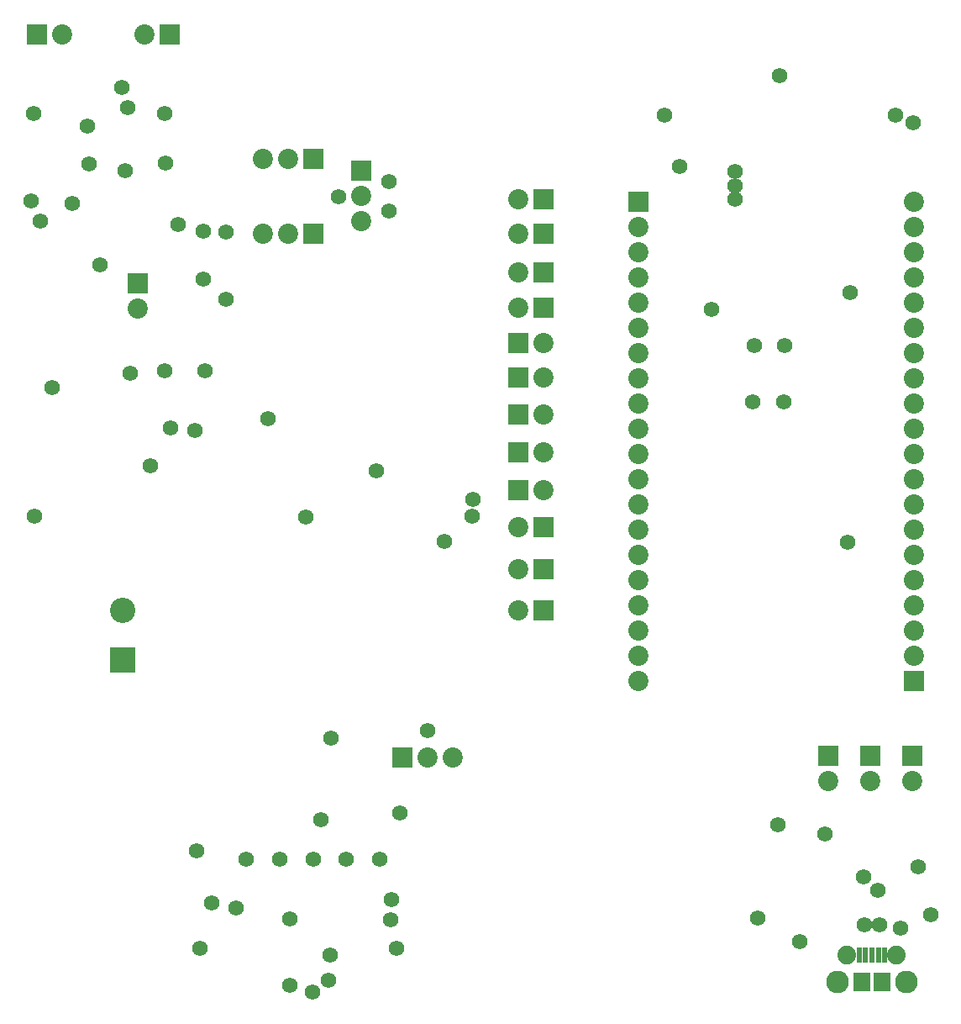
<source format=gbs>
G04*
G04 #@! TF.GenerationSoftware,Altium Limited,Altium Designer,21.0.8 (223)*
G04*
G04 Layer_Color=16711935*
%FSLAX25Y25*%
%MOIN*%
G70*
G04*
G04 #@! TF.SameCoordinates,39A8B939-FCF9-4CCB-A2C1-C80A2B419B22*
G04*
G04*
G04 #@! TF.FilePolarity,Negative*
G04*
G01*
G75*
%ADD40C,0.08995*%
%ADD41C,0.07428*%
%ADD42R,0.10058X0.10058*%
%ADD43C,0.10058*%
%ADD44C,0.07991*%
%ADD45R,0.07991X0.07991*%
%ADD46R,0.07991X0.07991*%
%ADD47C,0.06200*%
%ADD94R,0.07106X0.07302*%
%ADD95R,0.02375X0.06115*%
D40*
X328997Y8847D02*
D03*
X356556D02*
D03*
D41*
X332934Y19477D02*
D03*
X352619D02*
D03*
D42*
X45500Y136500D02*
D03*
D43*
Y156185D02*
D03*
D44*
X359642Y318000D02*
D03*
Y308000D02*
D03*
Y298000D02*
D03*
Y288000D02*
D03*
Y278000D02*
D03*
Y268000D02*
D03*
Y258000D02*
D03*
Y248000D02*
D03*
Y238000D02*
D03*
Y228000D02*
D03*
Y218000D02*
D03*
Y208000D02*
D03*
Y198000D02*
D03*
Y188000D02*
D03*
Y178000D02*
D03*
Y168000D02*
D03*
Y158000D02*
D03*
Y148000D02*
D03*
Y138000D02*
D03*
X140077Y320484D02*
D03*
Y310484D02*
D03*
X111032Y335203D02*
D03*
X101032D02*
D03*
X111032Y305343D02*
D03*
X101032D02*
D03*
X176500Y97890D02*
D03*
X166500D02*
D03*
X342149Y88500D02*
D03*
X325324D02*
D03*
X250000Y128000D02*
D03*
Y138000D02*
D03*
Y148000D02*
D03*
Y158000D02*
D03*
Y168000D02*
D03*
Y178000D02*
D03*
Y188000D02*
D03*
Y198000D02*
D03*
Y208000D02*
D03*
Y218000D02*
D03*
Y228000D02*
D03*
Y238000D02*
D03*
Y248000D02*
D03*
Y258000D02*
D03*
Y268000D02*
D03*
Y278000D02*
D03*
Y288000D02*
D03*
Y298000D02*
D03*
Y308000D02*
D03*
X202500Y156000D02*
D03*
Y172500D02*
D03*
Y189000D02*
D03*
X212500Y203875D02*
D03*
Y218750D02*
D03*
Y233625D02*
D03*
Y248500D02*
D03*
Y262000D02*
D03*
X202500Y276000D02*
D03*
Y319059D02*
D03*
X51437Y275739D02*
D03*
X54000Y384500D02*
D03*
X21500D02*
D03*
X202500Y305425D02*
D03*
Y289947D02*
D03*
X358973Y88500D02*
D03*
D45*
X359642Y128000D02*
D03*
X140077Y330484D02*
D03*
X342149Y98500D02*
D03*
X325324D02*
D03*
X250000Y318000D02*
D03*
X51437Y285739D02*
D03*
X358973Y98500D02*
D03*
D46*
X121032Y335203D02*
D03*
Y305343D02*
D03*
X156500Y97890D02*
D03*
X212500Y156000D02*
D03*
Y172500D02*
D03*
Y189000D02*
D03*
X202500Y203875D02*
D03*
Y218750D02*
D03*
Y233625D02*
D03*
Y248500D02*
D03*
Y262000D02*
D03*
X212500Y276000D02*
D03*
Y319059D02*
D03*
X64000Y384500D02*
D03*
X11500D02*
D03*
X212500Y305425D02*
D03*
Y289947D02*
D03*
D47*
X333083Y182961D02*
D03*
X297500Y34000D02*
D03*
X305500Y71000D02*
D03*
X146000Y211500D02*
D03*
X173000Y183500D02*
D03*
X184000Y193500D02*
D03*
X184500Y200000D02*
D03*
X120844Y4862D02*
D03*
X127000Y9500D02*
D03*
X111843Y7384D02*
D03*
X288500Y330000D02*
D03*
Y324500D02*
D03*
X266500Y332000D02*
D03*
X260500Y352590D02*
D03*
X352142D02*
D03*
X151000Y314500D02*
D03*
Y326000D02*
D03*
X288500Y319000D02*
D03*
X366000Y35500D02*
D03*
X354000Y30000D02*
D03*
X345000Y45000D02*
D03*
X339500Y50500D02*
D03*
X361000Y54500D02*
D03*
X62500Y333500D02*
D03*
X128000Y105390D02*
D03*
X124161Y73084D02*
D03*
X111750Y33750D02*
D03*
X166500Y108500D02*
D03*
X155422Y75878D02*
D03*
X74878Y60653D02*
D03*
X151796Y33461D02*
D03*
X90500Y38000D02*
D03*
X152000Y41500D02*
D03*
X80862Y40071D02*
D03*
X154000Y22000D02*
D03*
X76000D02*
D03*
X134250Y57500D02*
D03*
X121000D02*
D03*
X107750D02*
D03*
X94500D02*
D03*
X147500D02*
D03*
X127710Y19549D02*
D03*
X324000Y67500D02*
D03*
X314134Y24634D02*
D03*
X334000Y282000D02*
D03*
X307898Y238726D02*
D03*
X295507Y238705D02*
D03*
X296283Y261035D02*
D03*
X308045Y261119D02*
D03*
X279000Y275500D02*
D03*
X86358Y279270D02*
D03*
X77500Y287500D02*
D03*
X86500Y306000D02*
D03*
X77500Y306500D02*
D03*
X359000Y349500D02*
D03*
X306000Y368000D02*
D03*
X118000Y193000D02*
D03*
X103000Y232000D02*
D03*
X56500Y213500D02*
D03*
X48500Y250000D02*
D03*
X10500Y193500D02*
D03*
X78000Y251000D02*
D03*
X64500Y228500D02*
D03*
X62000Y251000D02*
D03*
X17500Y244500D02*
D03*
X74000Y227500D02*
D03*
X131000Y320000D02*
D03*
X31326Y347986D02*
D03*
X32125Y332985D02*
D03*
X45000Y363500D02*
D03*
X36500Y293000D02*
D03*
X12892Y310500D02*
D03*
X67500Y309000D02*
D03*
X62000Y353000D02*
D03*
X10000D02*
D03*
X9000Y318500D02*
D03*
X25500Y317500D02*
D03*
X46500Y330500D02*
D03*
X47500Y355500D02*
D03*
X339721Y31445D02*
D03*
X345721D02*
D03*
D94*
X338839Y8847D02*
D03*
X346713D02*
D03*
D95*
X337658Y19477D02*
D03*
X340217D02*
D03*
X342776D02*
D03*
X345336D02*
D03*
X347895D02*
D03*
M02*

</source>
